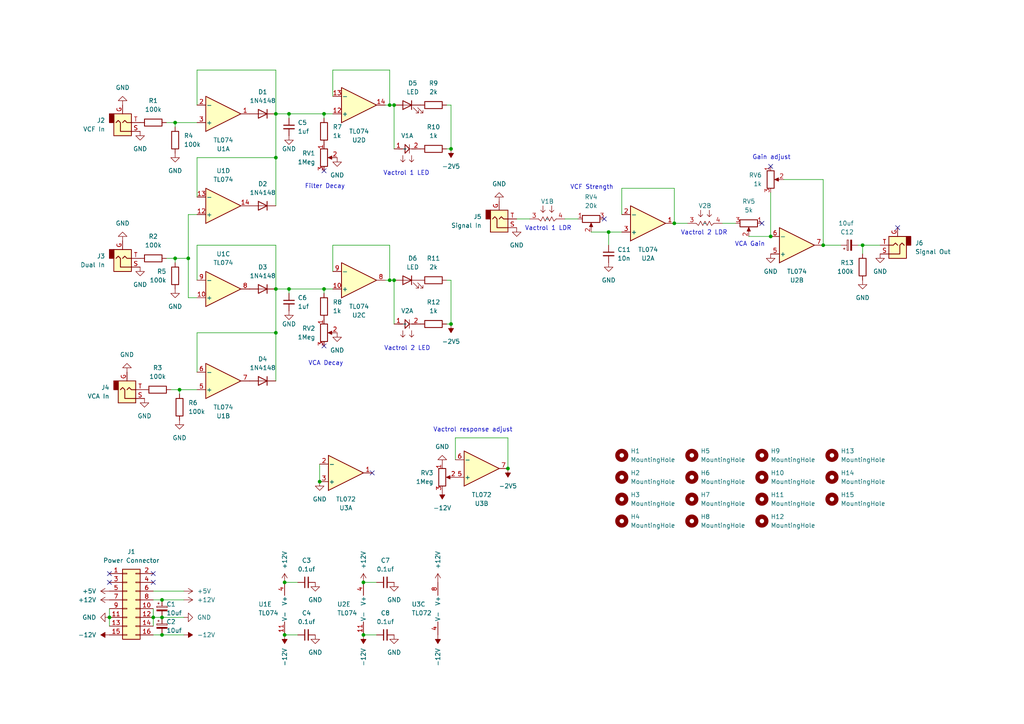
<source format=kicad_sch>
(kicad_sch (version 20250114) (generator "eeschema") (generator_version "9.0")
  (paper "A4")
  (title_block (title "Low-Pass Gate") (date "2025-05-21") (rev "1"))
  (lib_symbols
    (symbol "Amplifier_Operational:TL072" (pin_names (offset 0.127))
      (property "Reference" "U" (at 0 5.08 0))
      (property "Value" "TL072" (at 0 -5.08 0))
      (symbol "TL072_1_1"
        (polyline (pts (xy -5.08 5.08) (xy 5.08 0) (xy -5.08 -5.08) (xy -5.08 5.08)) (stroke (width 0.254)) (fill (type background)))
        (pin input line (at -7.62 2.54 0) (length 2.54) (name "+") (number "3"))
        (pin input line (at -7.62 -2.54 0) (length 2.54) (name "-") (number "2"))
        (pin output line (at 7.62 0 180) (length 2.54) (name "~") (number "1"))
      )
      (symbol "TL072_2_1"
        (polyline (pts (xy -5.08 5.08) (xy 5.08 0) (xy -5.08 -5.08) (xy -5.08 5.08)) (stroke (width 0.254)) (fill (type background)))
        (pin input line (at -7.62 2.54 0) (length 2.54) (name "+") (number "5"))
        (pin input line (at -7.62 -2.54 0) (length 2.54) (name "-") (number "6"))
        (pin output line (at 7.62 0 180) (length 2.54) (name "~") (number "7"))
      )
      (symbol "TL072_3_1"
        (pin power_in line (at -2.54 7.62 270) (length 3.81) (name "V+") (number "8"))
        (pin power_in line (at -2.54 -7.62 90) (length 3.81) (name "V-") (number "4"))
      )
    )
    (symbol "Amplifier_Operational:TL074" (pin_names (offset 0.127))
      (property "Reference" "U" (at 0 5.08 0))
      (property "Value" "TL074" (at 0 -5.08 0))
      (symbol "TL074_1_1"
        (polyline (pts (xy -5.08 5.08) (xy 5.08 0) (xy -5.08 -5.08) (xy -5.08 5.08)) (stroke (width 0.254)) (fill (type background)))
        (pin input line (at -7.62 2.54 0) (length 2.54) (name "+") (number "3"))
        (pin input line (at -7.62 -2.54 0) (length 2.54) (name "-") (number "2"))
        (pin output line (at 7.62 0 180) (length 2.54) (name "~") (number "1"))
      )
      (symbol "TL074_2_1"
        (polyline (pts (xy -5.08 5.08) (xy 5.08 0) (xy -5.08 -5.08) (xy -5.08 5.08)) (stroke (width 0.254)) (fill (type background)))
        (pin input line (at -7.62 2.54 0) (length 2.54) (name "+") (number "5"))
        (pin input line (at -7.62 -2.54 0) (length 2.54) (name "-") (number "6"))
        (pin output line (at 7.62 0 180) (length 2.54) (name "~") (number "7"))
      )
      (symbol "TL074_3_1"
        (polyline (pts (xy -5.08 5.08) (xy 5.08 0) (xy -5.08 -5.08) (xy -5.08 5.08)) (stroke (width 0.254)) (fill (type background)))
        (pin input line (at -7.62 2.54 0) (length 2.54) (name "+") (number "10"))
        (pin input line (at -7.62 -2.54 0) (length 2.54) (name "-") (number "9"))
        (pin output line (at 7.62 0 180) (length 2.54) (name "~") (number "8"))
      )
      (symbol "TL074_4_1"
        (polyline (pts (xy -5.08 5.08) (xy 5.08 0) (xy -5.08 -5.08) (xy -5.08 5.08)) (stroke (width 0.254)) (fill (type background)))
        (pin input line (at -7.62 2.54 0) (length 2.54) (name "+") (number "12"))
        (pin input line (at -7.62 -2.54 0) (length 2.54) (name "-") (number "13"))
        (pin output line (at 7.62 0 180) (length 2.54) (name "~") (number "14"))
      )
      (symbol "TL074_5_1"
        (pin power_in line (at -2.54 7.62 270) (length 3.81) (name "V+") (number "4"))
        (pin power_in line (at -2.54 -7.62 90) (length 3.81) (name "V-") (number "11"))
      )
    )
    (symbol "Connector_Audio:AudioJack2_Ground"
      (property "Reference" "J" (at 0 8.89 0))
      (property "Value" "AudioJack2_Ground" (at 0 6.35 0))
      (symbol "AudioJack2_Ground_0_1"
        (rectangle (start -2.54 -2.54) (end -3.81 0) (stroke (width 0.254)) (fill (type outline)))
        (polyline (pts (xy 0 0) (xy 0.635 -0.635) (xy 1.27 0) (xy 2.54 0)) (stroke (width 0.254)))
        (rectangle (start 2.54 3.81) (end -2.54 -2.54) (stroke (width 0.254)) (fill (type background)))
        (polyline (pts (xy 2.54 2.54) (xy -0.635 2.54) (xy -0.635 0) (xy -1.27 -0.635) (xy -1.905 0)) (stroke (width 0.254)))
      )
      (symbol "AudioJack2_Ground_1_1"
        (pin passive line (at 0 -5.08 90) (length 2.54) (name "~") (number "G"))
        (pin passive line (at 5.08 2.54 180) (length 2.54) (name "~") (number "S"))
        (pin passive line (at 5.08 0 180) (length 2.54) (name "~") (number "T"))
      )
    )
    (symbol "Connector_Generic:Conn_02x08_Odd_Even" (pin_names (offset 1.016) (hide yes))
      (property "Reference" "J5" (at 1.27 13.97 0))
      (property "Value" "Conn_02x08_Odd_Even" (at 1.27 11.43 0))
      (symbol "Conn_02x08_Odd_Even_1_1"
        (rectangle (start -1.27 8.89) (end 3.81 -11.43) (stroke (width 0.254)) (fill (type background)))
        (rectangle (start -1.27 7.747) (end 0 7.493) (stroke (width 0.1524)))
        (rectangle (start -1.27 5.207) (end 0 4.953) (stroke (width 0.1524)))
        (rectangle (start -1.27 2.667) (end 0 2.413) (stroke (width 0.1524)))
        (rectangle (start -1.27 0.127) (end 0 -0.127) (stroke (width 0.1524)))
        (rectangle (start -1.27 -2.413) (end 0 -2.667) (stroke (width 0.1524)))
        (rectangle (start -1.27 -4.953) (end 0 -5.207) (stroke (width 0.1524)))
        (rectangle (start -1.27 -7.493) (end 0 -7.747) (stroke (width 0.1524)))
        (rectangle (start -1.27 -10.033) (end 0 -10.287) (stroke (width 0.1524)))
        (rectangle (start 3.81 7.747) (end 2.54 7.493) (stroke (width 0.1524)))
        (rectangle (start 3.81 5.207) (end 2.54 4.953) (stroke (width 0.1524)))
        (rectangle (start 3.81 2.667) (end 2.54 2.413) (stroke (width 0.1524)))
        (rectangle (start 3.81 0.127) (end 2.54 -0.127) (stroke (width 0.1524)))
        (rectangle (start 3.81 -2.413) (end 2.54 -2.667) (stroke (width 0.1524)))
        (rectangle (start 3.81 -4.953) (end 2.54 -5.207) (stroke (width 0.1524)))
        (rectangle (start 3.81 -7.493) (end 2.54 -7.747) (stroke (width 0.1524)))
        (rectangle (start 3.81 -10.033) (end 2.54 -10.287) (stroke (width 0.1524)))
        (pin passive line (at -5.08 7.62 0) (length 3.81) (name "Pin_1") (number "1"))
        (pin passive line (at -5.08 5.08 0) (length 3.81) (name "Pin_3") (number "3"))
        (pin passive line (at -5.08 2.54 0) (length 3.81) (name "Pin_5") (number "5"))
        (pin passive line (at -5.08 0 0) (length 3.81) (name "Pin_7") (number "7"))
        (pin passive line (at -5.08 -2.54 0) (length 3.81) (name "Pin_9") (number "9"))
        (pin passive line (at -5.08 -5.08 0) (length 3.81) (name "Pin_11") (number "11"))
        (pin passive line (at -5.08 -7.62 0) (length 3.81) (name "Pin_13") (number "13"))
        (pin passive line (at -5.08 -10.16 0) (length 3.81) (name "Pin_15") (number "15"))
        (pin passive line (at 7.62 7.62 180) (length 3.81) (name "Pin_2") (number "2"))
        (pin passive line (at 7.62 5.08 180) (length 3.81) (name "Pin_4") (number "4"))
        (pin power_out line (at 7.62 2.54 180) (length 3.81) (name "Pin_6") (number "6"))
        (pin power_out line (at 7.62 0 180) (length 3.81) (name "Pin_8") (number "8"))
        (pin passive line (at 7.62 -2.54 180) (length 3.81) (name "Pin_10") (number "10"))
        (pin power_out line (at 7.62 -5.08 180) (length 3.81) (name "Pin_12") (number "12"))
        (pin passive line (at 7.62 -7.62 180) (length 3.81) (name "Pin_14") (number "14"))
        (pin power_out line (at 7.62 -10.16 180) (length 3.81) (name "Pin_16") (number "16"))
      )
    )
    (symbol "Custom_Symbols:Vactrol_LED"
      (property "Reference" "V" (at 0 2.54 0))
      (symbol "Vactrol_LED_0_1"
        (polyline (pts (xy -1.27 -1.905) (xy -1.27 -3.81) (xy -0.635 -3.175) (xy -1.27 -3.81) (xy -1.905 -3.175)))
        (polyline (pts (xy -0.635 0) (xy -2.54 0)))
        (polyline (pts (xy 0.635 -1.27) (xy 0.635 1.27)))
        (polyline (pts (xy 1.27 -1.905) (xy 1.27 -3.81) (xy 1.905 -3.175) (xy 1.27 -3.81) (xy 0.635 -3.175)))
        (polyline (pts (xy 2.54 0) (xy 0.635 0)))
      )
      (symbol "Vactrol_LED_1_1"
        (polyline (pts (xy 0.635 0) (xy -0.635 1.27) (xy -0.635 -1.27) (xy 0.635 0)) (stroke (width 0.25)))
        (pin input line (at -3.81 0 0) (length 2.54) (name "") (number "1"))
        (pin input line (at 3.81 0 180) (length 2.54) (name "") (number "2"))
      )
      (symbol "Vactrol_LED_2_1"
        (polyline (pts (xy 0.635 0) (xy -0.635 1.27) (xy -0.635 -1.27) (xy 0.635 0)) (stroke (width 0.25)))
        (pin input line (at -3.81 0 0) (length 2.54) (name "") (number "1"))
        (pin input line (at 3.81 0 180) (length 2.54) (name "") (number "2"))
      )
    )
    (symbol "Custom_Symbols:Vactrol_Resistor"
      (property "Reference" "V" (at 0 -1.905 0))
      (symbol "Vactrol_Resistor_0_1"
        (polyline (pts (xy -2.54 0) (xy -1.905 -0.635) (xy -1.27 0.635) (xy -0.635 -0.635) (xy 0 0.635) (xy 0.635 -0.635) (xy 1.27 0.635) (xy 1.905 -0.635) (xy 2.54 0)))
        (polyline (pts (xy -1.27 1.905) (xy -1.905 2.54)))
        (polyline (pts (xy -1.27 1.905) (xy -1.27 3.81) (xy -1.27 1.905) (xy -0.635 2.54)))
        (polyline (pts (xy 1.27 3.81) (xy 1.27 1.905) (xy 1.905 2.54) (xy 1.27 1.905) (xy 0.635 2.54)))
      )
      (symbol "Vactrol_Resistor_1_1"
        (pin input line (at -5.08 0 0) (length 2.54) (name "") (number "3"))
        (pin input line (at 5.08 0 180) (length 2.54) (name "") (number "4"))
      )
      (symbol "Vactrol_Resistor_2_1"
        (pin input line (at -5.08 0 0) (length 2.54) (name "") (number "3"))
        (pin input line (at 5.08 0 180) (length 2.54) (name "") (number "4"))
      )
    )
    (symbol "Device:C_Polarized_Small" (pin_numbers (hide yes)) (pin_names (offset 0.254) (hide yes))
      (property "Reference" "C" (at 0.254 1.778 0))
      (property "Value" "C_Polarized_Small" (at 0.254 -2.032 0))
      (symbol "C_Polarized_Small_0_1"
        (rectangle (start -1.524 0.6858) (end 1.524 0.3048))
        (rectangle (start -1.524 -0.3048) (end 1.524 -0.6858) (fill (type outline)))
        (polyline (pts (xy -1.27 1.524) (xy -0.762 1.524)))
        (polyline (pts (xy -1.016 1.27) (xy -1.016 1.778)))
      )
      (symbol "C_Polarized_Small_1_1"
        (pin passive line (at 0 2.54 270) (length 1.8542) (name "~") (number "1"))
        (pin passive line (at 0 -2.54 90) (length 1.8542) (name "~") (number "2"))
      )
    )
    (symbol "Device:C_Small" (pin_numbers (hide yes)) (pin_names (offset 0.254) (hide yes))
      (property "Reference" "C" (at 0.254 1.778 0))
      (property "Value" "C_Small" (at 0.254 -2.032 0))
      (symbol "C_Small_0_1"
        (polyline (pts (xy -1.524 0.508) (xy 1.524 0.508)) (stroke (width 0.3048)))
        (polyline (pts (xy -1.524 -0.508) (xy 1.524 -0.508)) (stroke (width 0.3302)))
      )
      (symbol "C_Small_1_1"
        (pin passive line (at 0 2.54 270) (length 2.032) (name "~") (number "1"))
        (pin passive line (at 0 -2.54 90) (length 2.032) (name "~") (number "2"))
      )
    )
    (symbol "Device:LED" (pin_numbers (hide yes)) (pin_names (offset 1.016) (hide yes))
      (property "Reference" "D" (at 0 2.54 0))
      (property "Value" "LED" (at 0 -2.54 0))
      (symbol "LED_0_1"
        (polyline (pts (xy -3.048 -0.762) (xy -4.572 -2.286) (xy -3.81 -2.286) (xy -4.572 -2.286) (xy -4.572 -1.524)))
        (polyline (pts (xy -1.778 -0.762) (xy -3.302 -2.286) (xy -2.54 -2.286) (xy -3.302 -2.286) (xy -3.302 -1.524)))
        (polyline (pts (xy -1.27 0) (xy 1.27 0)))
        (polyline (pts (xy -1.27 -1.27) (xy -1.27 1.27)) (stroke (width 0.254)))
        (polyline (pts (xy 1.27 -1.27) (xy 1.27 1.27) (xy -1.27 0) (xy 1.27 -1.27)) (stroke (width 0.254)))
      )
      (symbol "LED_1_1"
        (pin passive line (at -3.81 0 0) (length 2.54) (name "K") (number "1"))
        (pin passive line (at 3.81 0 180) (length 2.54) (name "A") (number "2"))
      )
    )
    (symbol "Device:R" (pin_numbers (hide yes)) (pin_names (offset 0))
      (property "Reference" "R" (at 2.032 0 90))
      (property "Value" "R" (at 0 0 90))
      (symbol "R_0_1"
        (rectangle (start -1.016 -2.54) (end 1.016 2.54) (stroke (width 0.254)))
      )
      (symbol "R_1_1"
        (pin passive line (at 0 3.81 270) (length 1.27) (name "~") (number "1"))
        (pin passive line (at 0 -3.81 90) (length 1.27) (name "~") (number "2"))
      )
    )
    (symbol "Device:R_Potentiometer" (pin_names (offset 1.016) (hide yes))
      (property "Reference" "RV" (at -4.445 0 90))
      (property "Value" "R_Potentiometer" (at -2.54 0 90))
      (symbol "R_Potentiometer_0_1"
        (rectangle (start 1.016 2.54) (end -1.016 -2.54) (stroke (width 0.254)))
        (polyline (pts (xy 1.143 0) (xy 2.286 0.508) (xy 2.286 -0.508) (xy 1.143 0)) (fill (type outline)))
        (polyline (pts (xy 2.54 0) (xy 1.524 0)))
      )
      (symbol "R_Potentiometer_1_1"
        (pin passive line (at 0 3.81 270) (length 1.27) (name "1") (number "1"))
        (pin passive line (at 0 -3.81 90) (length 1.27) (name "3") (number "3"))
        (pin passive line (at 3.81 0 180) (length 1.27) (name "2") (number "2"))
      )
    )
    (symbol "Diode:1N4148" (pin_numbers (hide yes)) (pin_names (hide yes))
      (property "Reference" "D" (at 0 2.54 0))
      (property "Value" "1N4148" (at 0 -2.54 0))
      (symbol "1N4148_0_1"
        (polyline (pts (xy -1.27 1.27) (xy -1.27 -1.27)) (stroke (width 0.254)))
        (polyline (pts (xy 1.27 1.27) (xy 1.27 -1.27) (xy -1.27 0) (xy 1.27 1.27)) (stroke (width 0.254)))
        (polyline (pts (xy 1.27 0) (xy -1.27 0)))
      )
      (symbol "1N4148_1_1"
        (pin passive line (at -3.81 0 0) (length 2.54) (name "K") (number "1"))
        (pin passive line (at 3.81 0 180) (length 2.54) (name "A") (number "2"))
      )
    )
    (symbol "Mechanical:MountingHole" (pin_names (offset 1.016))
      (property "Reference" "H" (at 0 5.08 0))
      (property "Value" "MountingHole" (at 0 3.175 0))
      (symbol "MountingHole_0_1"
        (circle (center 0 0) (radius 1.27) (stroke (width 1.27)))
      )
    )
    (symbol "power:+12V" (power) (pin_names (offset 0))
      (property "Value" "+12V" (at 0 3.556 0))
      (symbol "+12V_0_1"
        (polyline (pts (xy -0.762 1.27) (xy 0 2.54)))
        (polyline (pts (xy 0 2.54) (xy 0.762 1.27)))
        (polyline (pts (xy 0 0) (xy 0 2.54)))
      )
      (symbol "+12V_1_1"
        (pin power_in line (at 0 0 90) (length 0) (hide yes) (name "+12V") (number "1"))
      )
    )
    (symbol "power:+5V" (power) (pin_names (offset 0))
      (property "Value" "+5V" (at 0 3.556 0))
      (symbol "+5V_0_1"
        (polyline (pts (xy -0.762 1.27) (xy 0 2.54)))
        (polyline (pts (xy 0 2.54) (xy 0.762 1.27)))
        (polyline (pts (xy 0 0) (xy 0 2.54)))
      )
      (symbol "+5V_1_1"
        (pin power_in line (at 0 0 90) (length 0) (hide yes) (name "+5V") (number "1"))
      )
    )
    (symbol "power:-12V" (power) (pin_names (offset 0))
      (property "Value" "-12V" (at 0 3.81 0))
      (symbol "-12V_0_0"
        (pin power_in line (at 0 0 90) (length 0) (hide yes) (name "-12V") (number "1"))
      )
      (symbol "-12V_0_1"
        (polyline (pts (xy 0 0) (xy 0 1.27) (xy 0.762 1.27) (xy 0 2.54) (xy -0.762 1.27) (xy 0 1.27)) (fill (type outline)))
      )
    )
    (symbol "power:-2V5" (power) (pin_names (offset 0))
      (property "Value" "-2V5" (at 0 3.81 0))
      (symbol "-2V5_0_0"
        (pin power_in line (at 0 0 90) (length 0) (hide yes) (name "-2V5") (number "1"))
      )
      (symbol "-2V5_0_1"
        (polyline (pts (xy 0 0) (xy 0 1.27) (xy 0.762 1.27) (xy 0 2.54) (xy -0.762 1.27) (xy 0 1.27)) (fill (type outline)))
      )
    )
    (symbol "power:GND" (power) (pin_names (offset 0))
      (property "Value" "GND" (at 0 -3.81 0))
      (symbol "GND_0_1"
        (polyline (pts (xy 0 0) (xy 0 -1.27) (xy 1.27 -1.27) (xy 0 -2.54) (xy -1.27 -1.27) (xy 0 -1.27)))
      )
      (symbol "GND_1_1"
        (pin power_in line (at 0 0 270) (length 0) (hide yes) (name "GND") (number "1"))
      )
    )
  )
  (text "Gain adjust" (at 223.774 45.72 0) (effects (font (size 1.27 1.27))))
  (text "Filter Decay" (at 88.392 54.864 0) (effects (font (size 1.27 1.27)) (justify left bottom)))
  (text "VCA Decay" (at 89.408 106.172 0) (effects (font (size 1.27 1.27)) (justify left bottom)))
  (text "Vactrol 1 LED" (at 117.856 50.292 0) (effects (font (size 1.27 1.27))))
  (text "Vactrol response adjust" (at 137.16 124.714 0) (effects (font (size 1.27 1.27))))
  (text "Vactrol 1 LDR" (at 159.004 66.294 0) (effects (font (size 1.27 1.27))))
  (text "Vactrol 2 LDR" (at 204.216 67.564 0) (effects (font (size 1.27 1.27))))
  (text "Vactrol 2 LED" (at 118.11 101.092 0) (effects (font (size 1.27 1.27))))
  (text "VCF Strength" (at 165.354 55.118 0) (effects (font (size 1.27 1.27)) (justify left bottom)))
  (text "VCA Gain" (at 213.106 71.628 0) (effects (font (size 1.27 1.27)) (justify left bottom)))
  (junction (at 83.82 83.82))
  (junction (at 195.58 64.77))
  (junction (at 114.3 81.28))
  (junction (at 50.8 35.56))
  (junction (at 113.03 30.48))
  (junction (at 83.82 33.02))
  (junction (at 46.99 173.99))
  (junction (at 176.53 67.31))
  (junction (at 80.01 45.72))
  (junction (at 46.99 184.15))
  (junction (at 82.55 184.15))
  (junction (at 50.8 74.93))
  (junction (at 238.76 71.12))
  (junction (at 80.01 33.02))
  (junction (at 250.19 71.12))
  (junction (at 31.75 179.07))
  (junction (at 82.55 168.91))
  (junction (at 114.3 30.48))
  (junction (at 44.45 179.07))
  (junction (at 113.03 81.28))
  (junction (at 54.61 74.93))
  (junction (at 80.01 96.52))
  (junction (at 105.41 168.91))
  (junction (at 93.98 83.82))
  (junction (at 92.71 139.7))
  (junction (at 130.81 43.18))
  (junction (at 105.41 184.15))
  (junction (at 52.07 113.03))
  (junction (at 80.01 83.82))
  (junction (at 46.99 179.07))
  (junction (at 93.98 33.02))
  (junction (at 147.32 135.89))
  (junction (at 130.81 93.98))
  (junction (at 223.52 68.58))
  (no_connect (at 31.75 168.91))
  (no_connect (at 220.98 64.77))
  (no_connect (at 44.45 166.37))
  (no_connect (at 107.95 137.16))
  (no_connect (at 93.98 49.53))
  (no_connect (at 31.75 166.37))
  (no_connect (at 175.26 63.5))
  (no_connect (at 93.98 100.33))
  (no_connect (at 44.45 168.91))
  (no_connect (at 223.52 48.26))
  (no_connect (at 260.35 66.04))
  (wire (pts (xy 44.45 181.61) (xy 44.45 179.07)))
  (wire (pts (xy 113.03 30.48) (xy 113.03 20.32)))
  (wire (pts (xy 83.82 33.02) (xy 83.82 34.29)))
  (wire (pts (xy 50.8 35.56) (xy 57.15 35.56)))
  (wire (pts (xy 129.54 43.18) (xy 130.81 43.18)))
  (wire (pts (xy 57.15 107.95) (xy 57.15 96.52)))
  (wire (pts (xy 147.32 135.89) (xy 147.32 127)))
  (wire (pts (xy 57.15 57.15) (xy 57.15 45.72)))
  (wire (pts (xy 132.08 127) (xy 132.08 133.35)))
  (wire (pts (xy 113.03 30.48) (xy 114.3 30.48)))
  (wire (pts (xy 83.82 33.02) (xy 93.98 33.02)))
  (wire (pts (xy 82.55 184.15) (xy 86.36 184.15)))
  (wire (pts (xy 50.8 76.2) (xy 50.8 74.93)))
  (wire (pts (xy 44.45 179.07) (xy 46.99 179.07)))
  (wire (pts (xy 96.52 20.32) (xy 96.52 27.94)))
  (wire (pts (xy 31.75 176.53) (xy 31.75 179.07)))
  (wire (pts (xy 49.53 113.03) (xy 52.07 113.03)))
  (wire (pts (xy 50.8 36.83) (xy 50.8 35.56)))
  (wire (pts (xy 80.01 33.02) (xy 80.01 20.32)))
  (wire (pts (xy 250.19 71.12) (xy 255.27 71.12)))
  (wire (pts (xy 105.41 168.91) (xy 109.22 168.91)))
  (wire (pts (xy 96.52 33.02) (xy 93.98 33.02)))
  (wire (pts (xy 248.92 71.12) (xy 250.19 71.12)))
  (wire (pts (xy 80.01 20.32) (xy 57.15 20.32)))
  (wire (pts (xy 54.61 62.23) (xy 54.61 74.93)))
  (wire (pts (xy 105.41 184.15) (xy 109.22 184.15)))
  (wire (pts (xy 50.8 74.93) (xy 54.61 74.93)))
  (wire (pts (xy 93.98 83.82) (xy 93.98 85.09)))
  (wire (pts (xy 53.34 173.99) (xy 46.99 173.99)))
  (wire (pts (xy 57.15 45.72) (xy 80.01 45.72)))
  (wire (pts (xy 80.01 83.82) (xy 80.01 71.12)))
  (wire (pts (xy 96.52 83.82) (xy 93.98 83.82)))
  (wire (pts (xy 57.15 86.36) (xy 54.61 86.36)))
  (wire (pts (xy 44.45 176.53) (xy 44.45 179.07)))
  (wire (pts (xy 57.15 71.12) (xy 57.15 81.28)))
  (wire (pts (xy 57.15 20.32) (xy 57.15 30.48)))
  (wire (pts (xy 80.01 83.82) (xy 80.01 96.52)))
  (wire (pts (xy 46.99 179.07) (xy 53.34 179.07)))
  (wire (pts (xy 54.61 62.23) (xy 57.15 62.23)))
  (wire (pts (xy 80.01 45.72) (xy 80.01 59.69)))
  (wire (pts (xy 111.76 81.28) (xy 113.03 81.28)))
  (wire (pts (xy 130.81 81.28) (xy 129.54 81.28)))
  (wire (pts (xy 238.76 52.07) (xy 238.76 71.12)))
  (wire (pts (xy 80.01 96.52) (xy 80.01 110.49)))
  (wire (pts (xy 48.26 35.56) (xy 50.8 35.56)))
  (wire (pts (xy 46.99 184.15) (xy 44.45 184.15)))
  (wire (pts (xy 113.03 71.12) (xy 96.52 71.12)))
  (wire (pts (xy 223.52 55.88) (xy 223.52 68.58)))
  (wire (pts (xy 48.26 74.93) (xy 50.8 74.93)))
  (wire (pts (xy 52.07 114.3) (xy 52.07 113.03)))
  (wire (pts (xy 176.53 71.12) (xy 176.53 67.31)))
  (wire (pts (xy 217.17 68.58) (xy 223.52 68.58)))
  (wire (pts (xy 113.03 81.28) (xy 114.3 81.28)))
  (wire (pts (xy 180.34 62.23) (xy 180.34 54.61)))
  (wire (pts (xy 149.86 63.5) (xy 153.67 63.5)))
  (wire (pts (xy 209.55 64.77) (xy 213.36 64.77)))
  (wire (pts (xy 129.54 93.98) (xy 130.81 93.98)))
  (wire (pts (xy 96.52 71.12) (xy 96.52 78.74)))
  (wire (pts (xy 111.76 30.48) (xy 113.03 30.48)))
  (wire (pts (xy 82.55 168.91) (xy 86.36 168.91)))
  (wire (pts (xy 130.81 30.48) (xy 129.54 30.48)))
  (wire (pts (xy 83.82 83.82) (xy 93.98 83.82)))
  (wire (pts (xy 113.03 81.28) (xy 113.03 71.12)))
  (wire (pts (xy 130.81 93.98) (xy 130.81 81.28)))
  (wire (pts (xy 46.99 173.99) (xy 44.45 173.99)))
  (wire (pts (xy 83.82 83.82) (xy 83.82 85.09)))
  (wire (pts (xy 195.58 64.77) (xy 199.39 64.77)))
  (wire (pts (xy 53.34 184.15) (xy 46.99 184.15)))
  (wire (pts (xy 238.76 71.12) (xy 243.84 71.12)))
  (wire (pts (xy 195.58 54.61) (xy 195.58 64.77)))
  (wire (pts (xy 93.98 33.02) (xy 93.98 34.29)))
  (wire (pts (xy 44.45 171.45) (xy 53.34 171.45)))
  (wire (pts (xy 114.3 30.48) (xy 114.3 43.18)))
  (wire (pts (xy 52.07 113.03) (xy 57.15 113.03)))
  (wire (pts (xy 92.71 134.62) (xy 92.71 139.7)))
  (wire (pts (xy 238.76 52.07) (xy 227.33 52.07)))
  (wire (pts (xy 147.32 127) (xy 132.08 127)))
  (wire (pts (xy 54.61 74.93) (xy 54.61 86.36)))
  (wire (pts (xy 31.75 179.07) (xy 31.75 181.61)))
  (wire (pts (xy 171.45 67.31) (xy 176.53 67.31)))
  (wire (pts (xy 113.03 20.32) (xy 96.52 20.32)))
  (wire (pts (xy 180.34 54.61) (xy 195.58 54.61)))
  (wire (pts (xy 80.01 71.12) (xy 57.15 71.12)))
  (wire (pts (xy 57.15 96.52) (xy 80.01 96.52)))
  (wire (pts (xy 130.81 43.18) (xy 130.81 30.48)))
  (wire (pts (xy 114.3 81.28) (xy 114.3 93.98)))
  (wire (pts (xy 250.19 71.12) (xy 250.19 73.66)))
  (wire (pts (xy 80.01 33.02) (xy 80.01 45.72)))
  (wire (pts (xy 83.82 33.02) (xy 80.01 33.02)))
  (wire (pts (xy 83.82 83.82) (xy 80.01 83.82)))
  (wire (pts (xy 163.83 63.5) (xy 167.64 63.5)))
  (wire (pts (xy 176.53 67.31) (xy 180.34 67.31)))
  (symbol (lib_id "Mechanical:MountingHole") (at 220.98 144.78 0) (unit 1) (exclude_from_sim yes) (in_bom no) (on_board no)
    (property "Reference" "H11" (at 223.52 143.51 0) (effects (justify left)))
    (property "Value" "MountingHole" (at 223.52 146.05 0) (effects (justify left)))
    (property "Footprint" "Faceplate Footprints:Potentiometer_Vertical_Small_Knob" (effects (hide yes)))
  )
  (symbol (lib_id "Mechanical:MountingHole") (at 200.66 151.13 0) (unit 1) (exclude_from_sim yes) (in_bom no) (on_board no)
    (property "Reference" "H8" (at 203.2 149.86 0) (effects (justify left)))
    (property "Value" "MountingHole" (at 203.2 152.4 0) (effects (justify left)))
    (property "Footprint" "Faceplate Footprints:Potentiometer_Vertical_Small_Knob" (effects (hide yes)))
  )
  (symbol (lib_id "Amplifier_Operational:TL074") (at 187.96 64.77 0) (mirror x) (unit 1)
    (property "Reference" "U2" (at 187.96 74.93 0))
    (property "Value" "TL074" (at 187.96 72.39 0))
    (property "Footprint" "Package_DIP:DIP-14_W7.62mm_Socket" (effects (hide yes)))
    (property "Datasheet" "http://www.ti.com/lit/ds/symlink/tl071.pdf" (effects (hide yes)))
  )
  (symbol (lib_id "Device:R") (at 44.45 74.93 90) (unit 1)
    (property "Reference" "R2" (at 44.45 68.58 90))
    (property "Value" "100k" (at 44.45 71.12 90))
    (property "Footprint" "Resistor_THT:R_Axial_DIN0207_L6.3mm_D2.5mm_P2.54mm_Vertical" (effects (hide yes)))
  )
  (symbol (lib_id "power:-12V") (at 31.75 184.15 90) (unit 1)
    (property "Reference" "#PWR04" (effects (hide yes)))
    (property "Value" "-12V" (at 27.94 184.15 90) (effects (justify left)))
  )
  (symbol (lib_id "Mechanical:MountingHole") (at 220.98 132.08 0) (unit 1) (exclude_from_sim yes) (in_bom no) (on_board no)
    (property "Reference" "H9" (at 223.52 130.81 0) (effects (justify left)))
    (property "Value" "MountingHole" (at 223.52 133.35 0) (effects (justify left)))
    (property "Footprint" "Faceplate Footprints:0.125in_Jack_Face" (effects (hide yes)))
  )
  (symbol (lib_id "Amplifier_Operational:TL072") (at 139.7 135.89 0) (mirror x) (unit 2)
    (property "Reference" "U3" (at 139.7 146.05 0))
    (property "Value" "TL072" (at 139.7 143.51 0))
    (property "Footprint" "Package_DIP:DIP-8_W7.62mm_Socket" (effects (hide yes)))
    (property "Datasheet" "http://www.ti.com/lit/ds/symlink/tl071.pdf" (effects (hide yes)))
  )
  (symbol (lib_id "Device:LED") (at 118.11 30.48 0) (mirror y) (unit 1)
    (property "Reference" "D5" (at 119.6975 24.13 0))
    (property "Value" "LED" (at 119.6975 26.67 0))
    (property "Footprint" "LED_THT:LED_D5.0mm" (effects (hide yes)))
  )
  (symbol (lib_id "Mechanical:MountingHole") (at 200.66 132.08 0) (unit 1) (exclude_from_sim yes) (in_bom no) (on_board no)
    (property "Reference" "H5" (at 203.2 130.81 0) (effects (justify left)))
    (property "Value" "MountingHole" (at 203.2 133.35 0) (effects (justify left)))
    (property "Footprint" "Faceplate Footprints:0.125in_Jack_Face" (effects (hide yes)))
  )
  (symbol (lib_id "power:GND") (at 83.82 39.37 0) (unit 1)
    (property "Reference" "#PWR020" (effects (hide yes)))
    (property "Value" "GND" (at 83.82 43.18 0))
  )
  (symbol (lib_id "power:GND") (at 52.07 121.92 0) (unit 1)
    (property "Reference" "#PWR017" (effects (hide yes)))
    (property "Value" "GND" (at 52.07 127 0))
  )
  (symbol (lib_id "Device:C_Small") (at 111.76 184.15 90) (unit 1)
    (property "Reference" "C8" (at 111.7663 177.8 90))
    (property "Value" "0.1uf" (at 111.7663 180.34 90))
    (property "Footprint" "Capacitor_THT:C_Disc_D3.0mm_W1.6mm_P2.50mm" (effects (hide yes)))
  )
  (symbol (lib_id "power:-12V") (at 53.34 184.15 270) (unit 1)
    (property "Reference" "#PWR014" (effects (hide yes)))
    (property "Value" "-12V" (at 57.15 184.15 90) (effects (justify left)))
  )
  (symbol (lib_id "Device:R_Potentiometer") (at 93.98 45.72 0) (unit 1)
    (property "Reference" "RV1" (at 91.44 44.45 0) (effects (justify right)))
    (property "Value" "1Meg" (at 91.44 46.99 0) (effects (justify right)))
    (property "Footprint" "Custom Footprints:Plastic Alpha Potentiometer" (effects (hide yes)))
  )
  (symbol (lib_id "Amplifier_Operational:TL074") (at 104.14 30.48 0) (mirror x) (unit 4)
    (property "Reference" "U2" (at 104.14 40.64 0))
    (property "Value" "TL074" (at 104.14 38.1 0))
    (property "Footprint" "Package_DIP:DIP-14_W7.62mm_Socket" (effects (hide yes)))
    (property "Datasheet" "http://www.ti.com/lit/ds/symlink/tl071.pdf" (effects (hide yes)))
  )
  (symbol (lib_id "Custom_Symbols:Vactrol_Resistor") (at 204.47 64.77 0) (unit 2)
    (property "Reference" "V2" (at 204.47 59.69 0))
    (property "Value" "~" (at 204.47 64.77 0))
    (property "Footprint" "Custom Footprints:DIY_Vactrol" (effects (hide yes)))
  )
  (symbol (lib_id "power:GND") (at 41.91 115.57 0) (unit 1)
    (property "Reference" "#PWR010" (effects (hide yes)))
    (property "Value" "GND" (at 41.91 120.65 0))
  )
  (symbol (lib_id "power:+12V") (at 31.75 173.99 90) (unit 1)
    (property "Reference" "#PWR02" (effects (hide yes)))
    (property "Value" "+12V" (at 27.94 173.99 90) (effects (justify left)))
  )
  (symbol (lib_id "Amplifier_Operational:TL074") (at 231.14 71.12 0) (mirror x) (unit 2)
    (property "Reference" "U2" (at 231.14 81.28 0))
    (property "Value" "TL074" (at 231.14 78.74 0))
    (property "Footprint" "Package_DIP:DIP-14_W7.62mm_Socket" (effects (hide yes)))
    (property "Datasheet" "http://www.ti.com/lit/ds/symlink/tl071.pdf" (effects (hide yes)))
  )
  (symbol (lib_id "power:GND") (at 31.75 179.07 270) (unit 1)
    (property "Reference" "#PWR03" (effects (hide yes)))
    (property "Value" "GND" (at 27.94 179.07 90) (effects (justify right)))
  )
  (symbol (lib_id "Custom_Symbols:Vactrol_LED") (at 118.11 43.18 0) (unit 1)
    (property "Reference" "V1" (at 118.11 39.37 0))
    (property "Value" "~" (at 117.475 43.18 0))
    (property "Footprint" "Custom Footprints:DIY_Vactrol" (effects (hide yes)))
  )
  (symbol (lib_id "power:GND") (at 92.71 139.7 0) (unit 1)
    (property "Reference" "#PWR022" (effects (hide yes)))
    (property "Value" "GND" (at 92.71 144.78 0))
  )
  (symbol (lib_id "Device:R") (at 93.98 38.1 180) (unit 1)
    (property "Reference" "R7" (at 96.52 36.83 0) (effects (justify right)))
    (property "Value" "1k" (at 96.52 39.37 0) (effects (justify right)))
    (property "Footprint" "Resistor_THT:R_Axial_DIN0207_L6.3mm_D2.5mm_P2.54mm_Vertical" (effects (hide yes)))
  )
  (symbol (lib_id "Device:C_Polarized_Small") (at 246.38 71.12 90) (unit 1)
    (property "Reference" "C12" (at 247.65 67.31 90) (effects (justify left)))
    (property "Value" "10uf" (at 247.65 64.77 90) (effects (justify left)))
    (property "Footprint" "Capacitor_THT:CP_Radial_D5.0mm_P2.50mm" (effects (hide yes)))
  )
  (symbol (lib_id "power:GND") (at 255.27 73.66 0) (unit 1)
    (property "Reference" "#PWR045" (effects (hide yes)))
    (property "Value" "GND" (at 255.27 78.74 0))
  )
  (symbol (lib_id "power:-12V") (at 82.55 184.15 180) (unit 1)
    (property "Reference" "#PWR019" (effects (hide yes)))
    (property "Value" "-12V" (at 82.55 187.96 90) (effects (justify left)))
  )
  (symbol (lib_id "Connector_Audio:AudioJack2_Ground") (at 36.83 113.03 0) (mirror x) (unit 1)
    (property "Reference" "J4" (at 31.75 112.3949 0) (effects (justify right)))
    (property "Value" "VCA In" (at 31.75 114.9349 0) (effects (justify right)))
    (property "Footprint" "Custom Footprints:3.5mm_jack_vertical" (effects (hide yes)))
  )
  (symbol (lib_id "Custom_Symbols:Vactrol_LED") (at 118.11 93.98 0) (unit 1)
    (property "Reference" "V2" (at 118.11 90.17 0))
    (property "Value" "~" (at 117.475 93.98 0))
    (property "Footprint" "Custom Footprints:DIY_Vactrol" (effects (hide yes)))
  )
  (symbol (lib_id "Device:C_Small") (at 83.82 87.63 0) (unit 1)
    (property "Reference" "C6" (at 86.36 86.3663 0) (effects (justify left)))
    (property "Value" "1uf" (at 86.36 88.9063 0) (effects (justify left)))
    (property "Footprint" "Capacitor_THT:CP_Radial_D4.0mm_P2.00mm" (effects (hide yes)))
  )
  (symbol (lib_id "power:GND") (at 53.34 179.07 90) (unit 1)
    (property "Reference" "#PWR013" (effects (hide yes)))
    (property "Value" "GND" (at 57.15 179.07 90) (effects (justify right)))
  )
  (symbol (lib_id "Connector_Audio:AudioJack2_Ground") (at 35.56 74.93 0) (mirror x) (unit 1)
    (property "Reference" "J3" (at 30.48 74.2949 0) (effects (justify right)))
    (property "Value" "Dual In" (at 30.48 76.8349 0) (effects (justify right)))
    (property "Footprint" "Custom Footprints:3.5mm_jack_vertical" (effects (hide yes)))
  )
  (symbol (lib_id "Device:R") (at 125.73 43.18 90) (unit 1)
    (property "Reference" "R10" (at 125.73 36.83 90))
    (property "Value" "1k" (at 125.73 39.37 90))
    (property "Footprint" "Resistor_THT:R_Axial_DIN0207_L6.3mm_D2.5mm_P2.54mm_Vertical" (effects (hide yes)))
  )
  (symbol (lib_id "Diode:1N4148") (at 76.2 59.69 0) (mirror y) (unit 1)
    (property "Reference" "D2" (at 76.2 53.34 0))
    (property "Value" "1N4148" (at 76.2 55.88 0))
    (property "Footprint" "Diode_THT:D_DO-35_SOD27_P2.54mm_Vertical_KathodeUp" (effects (hide yes)))
    (property "Datasheet" "https://assets.nexperia.com/documents/data-sheet/1N4148_1N4448.pdf" (effects (hide yes)))
    (property "Sim.Device" "D" (effects (hide yes)))
    (property "Sim.Pins" "1=K 2=A" (effects (hide yes)))
  )
  (symbol (lib_id "power:GND") (at 176.53 76.2 0) (unit 1)
    (property "Reference" "#PWR042" (effects (hide yes)))
    (property "Value" "GND" (at 176.53 81.28 0))
  )
  (symbol (lib_id "Device:C_Small") (at 176.53 73.66 0) (unit 1)
    (property "Reference" "C11" (at 179.07 72.3963 0) (effects (justify left)))
    (property "Value" "10n" (at 179.07 74.9363 0) (effects (justify left)))
    (property "Footprint" "Capacitor_THT:C_Disc_D3.0mm_W1.6mm_P2.50mm" (effects (hide yes)))
  )
  (symbol (lib_id "Connector_Audio:AudioJack2_Ground") (at 144.78 63.5 0) (mirror x) (unit 1)
    (property "Reference" "J5" (at 139.7 62.865 0) (effects (justify right)))
    (property "Value" "Signal In" (at 139.7 65.405 0) (effects (justify right)))
    (property "Footprint" "Custom Footprints:3.5mm_jack_vertical" (effects (hide yes)))
  )
  (symbol (lib_id "Amplifier_Operational:TL074") (at 104.14 81.28 0) (mirror x) (unit 3)
    (property "Reference" "U2" (at 104.14 91.44 0))
    (property "Value" "TL074" (at 104.14 88.9 0))
    (property "Footprint" "Package_DIP:DIP-14_W7.62mm_Socket" (effects (hide yes)))
    (property "Datasheet" "http://www.ti.com/lit/ds/symlink/tl071.pdf" (effects (hide yes)))
  )
  (symbol (lib_id "Amplifier_Operational:TL074") (at 64.77 110.49 0) (mirror x) (unit 2)
    (property "Reference" "U1" (at 64.77 120.65 0))
    (property "Value" "TL074" (at 64.77 118.11 0))
    (property "Footprint" "Package_DIP:DIP-14_W7.62mm_Socket" (effects (hide yes)))
    (property "Datasheet" "http://www.ti.com/lit/ds/symlink/tl071.pdf" (effects (hide yes)))
  )
  (symbol (lib_id "power:GND") (at 114.3 168.91 0) (unit 1)
    (property "Reference" "#PWR029" (effects (hide yes)))
    (property "Value" "GND" (at 114.3 173.99 0))
  )
  (symbol (lib_id "Device:C_Polarized_Small") (at 46.99 176.53 0) (unit 1)
    (property "Reference" "C1" (at 48.26 175.26 0) (effects (justify left)))
    (property "Value" "10uf" (at 48.26 177.8 0) (effects (justify left)))
    (property "Footprint" "Capacitor_THT:CP_Radial_D5.0mm_P2.50mm" (effects (hide yes)))
  )
  (symbol (lib_id "power:GND") (at 97.79 96.52 0) (unit 1)
    (property "Reference" "#PWR026" (effects (hide yes)))
    (property "Value" "GND" (at 97.79 101.6 0))
  )
  (symbol (lib_id "Diode:1N4148") (at 76.2 83.82 0) (mirror y) (unit 1)
    (property "Reference" "D3" (at 76.2 77.47 0))
    (property "Value" "1N4148" (at 76.2 80.01 0))
    (property "Footprint" "Diode_THT:D_DO-35_SOD27_P2.54mm_Vertical_KathodeUp" (effects (hide yes)))
    (property "Datasheet" "https://assets.nexperia.com/documents/data-sheet/1N4148_1N4448.pdf" (effects (hide yes)))
    (property "Sim.Device" "D" (effects (hide yes)))
    (property "Sim.Pins" "1=K 2=A" (effects (hide yes)))
  )
  (symbol (lib_id "power:-12V") (at 128.27 142.24 180) (unit 1)
    (property "Reference" "#PWR032" (effects (hide yes)))
    (property "Value" "-12V" (at 128.27 147.32 0))
  )
  (symbol (lib_id "Amplifier_Operational:TL072") (at 129.54 176.53 0) (unit 3)
    (property "Reference" "U3" (at 119.38 175.26 0) (effects (justify left)))
    (property "Value" "TL072" (at 119.38 177.8 0) (effects (justify left)))
    (property "Footprint" "Package_DIP:DIP-8_W7.62mm_Socket" (effects (hide yes)))
    (property "Datasheet" "http://www.ti.com/lit/ds/symlink/tl071.pdf" (effects (hide yes)))
  )
  (symbol (lib_id "Connector_Audio:AudioJack2_Ground") (at 260.35 71.12 180) (unit 1)
    (property "Reference" "J6" (at 265.43 70.4849 0) (effects (justify right)))
    (property "Value" "Signal Out" (at 265.43 73.0249 0) (effects (justify right)))
    (property "Footprint" "Custom Footprints:3.5mm_jack_vertical" (effects (hide yes)))
  )
  (symbol (lib_id "Device:R_Potentiometer") (at 128.27 138.43 0) (unit 1)
    (property "Reference" "RV3" (at 125.73 137.16 0) (effects (justify right)))
    (property "Value" "1Meg" (at 125.73 139.7 0) (effects (justify right)))
    (property "Footprint" "Potentiometer_THT:Potentiometer_Piher_PT-6-V_Vertical" (effects (hide yes)))
  )
  (symbol (lib_id "power:GND") (at 40.64 77.47 0) (unit 1)
    (property "Reference" "#PWR09" (effects (hide yes)))
    (property "Value" "GND" (at 40.64 82.55 0))
  )
  (symbol (lib_id "power:GND") (at 114.3 184.15 0) (unit 1)
    (property "Reference" "#PWR030" (effects (hide yes)))
    (property "Value" "GND" (at 114.3 189.23 0))
  )
  (symbol (lib_id "Mechanical:MountingHole") (at 200.66 144.78 0) (unit 1) (exclude_from_sim yes) (in_bom no) (on_board no)
    (property "Reference" "H7" (at 203.2 143.51 0) (effects (justify left)))
    (property "Value" "MountingHole" (at 203.2 146.05 0) (effects (justify left)))
    (property "Footprint" "Faceplate Footprints:0.125in_Jack_Face" (effects (hide yes)))
  )
  (symbol (lib_id "Device:R") (at 250.19 77.47 0) (mirror y) (unit 1)
    (property "Reference" "R13" (at 247.65 76.2 0) (effects (justify left)))
    (property "Value" "100k" (at 247.65 78.74 0) (effects (justify left)))
    (property "Footprint" "Resistor_THT:R_Axial_DIN0207_L6.3mm_D2.5mm_P2.54mm_Vertical" (effects (hide yes)))
  )
  (symbol (lib_id "Mechanical:MountingHole") (at 241.3 138.43 0) (unit 1) (exclude_from_sim yes) (in_bom no) (on_board no)
    (property "Reference" "H14" (at 243.84 137.16 0) (effects (justify left)))
    (property "Value" "MountingHole" (at 243.84 139.7 0) (effects (justify left)))
    (property "Footprint" "Faceplate Footprints:Potentiometer_Vertical_Small_Knob" (effects (hide yes)))
  )
  (symbol (lib_id "Device:R") (at 45.72 113.03 90) (unit 1)
    (property "Reference" "R3" (at 45.72 106.68 90))
    (property "Value" "100k" (at 45.72 109.22 90))
    (property "Footprint" "Resistor_THT:R_Axial_DIN0207_L6.3mm_D2.5mm_P2.54mm_Vertical" (effects (hide yes)))
  )
  (symbol (lib_id "Device:C_Small") (at 88.9 184.15 90) (unit 1)
    (property "Reference" "C4" (at 88.9063 177.8 90))
    (property "Value" "0.1uf" (at 88.9063 180.34 90))
    (property "Footprint" "Capacitor_THT:C_Disc_D3.0mm_W1.6mm_P2.50mm" (effects (hide yes)))
  )
  (symbol (lib_id "power:GND") (at 36.83 107.95 180) (unit 1)
    (property "Reference" "#PWR07" (effects (hide yes)))
    (property "Value" "GND" (at 36.83 102.87 0))
  )
  (symbol (lib_id "power:+5V") (at 31.75 171.45 90) (unit 1)
    (property "Reference" "#PWR01" (effects (hide yes)))
    (property "Value" "+5V" (at 27.94 171.45 90) (effects (justify left)))
  )
  (symbol (lib_id "Device:R_Potentiometer") (at 171.45 63.5 90) (mirror x) (unit 1)
    (property "Reference" "RV4" (at 171.45 57.15 90))
    (property "Value" "20k" (at 171.45 59.69 90))
    (property "Footprint" "Custom Footprints:Plastic Alpha Potentiometer" (effects (hide yes)))
  )
  (symbol (lib_id "Mechanical:MountingHole") (at 180.34 151.13 0) (unit 1) (exclude_from_sim yes) (in_bom no) (on_board no)
    (property "Reference" "H4" (at 182.88 149.86 0) (effects (justify left)))
    (property "Value" "MountingHole" (at 182.88 152.4 0) (effects (justify left)))
    (property "Footprint" "Faceplate Footprints:0.125in_Jack_Face" (effects (hide yes)))
  )
  (symbol (lib_id "power:-12V") (at 127 184.15 180) (unit 1)
    (property "Reference" "#PWR034" (effects (hide yes)))
    (property "Value" "-12V" (at 127 187.96 90) (effects (justify left)))
  )
  (symbol (lib_id "Device:R") (at 52.07 118.11 0) (unit 1)
    (property "Reference" "R6" (at 54.61 116.84 0) (effects (justify left)))
    (property "Value" "100k" (at 54.61 119.38 0) (effects (justify left)))
    (property "Footprint" "Resistor_THT:R_Axial_DIN0207_L6.3mm_D2.5mm_P2.54mm_Vertical" (effects (hide yes)))
  )
  (symbol (lib_id "power:GND") (at 35.56 69.85 180) (unit 1)
    (property "Reference" "#PWR06" (effects (hide yes)))
    (property "Value" "GND" (at 35.56 64.77 0))
  )
  (symbol (lib_id "Device:R") (at 125.73 30.48 90) (unit 1)
    (property "Reference" "R9" (at 125.73 24.13 90))
    (property "Value" "2k" (at 125.73 26.67 90))
    (property "Footprint" "Resistor_THT:R_Axial_DIN0207_L6.3mm_D2.5mm_P2.54mm_Vertical" (effects (hide yes)))
  )
  (symbol (lib_id "Device:LED") (at 118.11 81.28 0) (mirror y) (unit 1)
    (property "Reference" "D6" (at 119.6975 74.93 0))
    (property "Value" "LED" (at 119.6975 77.47 0))
    (property "Footprint" "LED_THT:LED_D5.0mm" (effects (hide yes)))
  )
  (symbol (lib_id "power:GND") (at 128.27 134.62 180) (unit 1)
    (property "Reference" "#PWR031" (effects (hide yes)))
    (property "Value" "GND" (at 128.27 129.54 0))
  )
  (symbol (lib_id "Diode:1N4148") (at 76.2 110.49 0) (mirror y) (unit 1)
    (property "Reference" "D4" (at 76.2 104.14 0))
    (property "Value" "1N4148" (at 76.2 106.68 0))
    (property "Footprint" "Diode_THT:D_DO-35_SOD27_P2.54mm_Vertical_KathodeUp" (effects (hide yes)))
    (property "Datasheet" "https://assets.nexperia.com/documents/data-sheet/1N4148_1N4448.pdf" (effects (hide yes)))
    (property "Sim.Device" "D" (effects (hide yes)))
    (property "Sim.Pins" "1=K 2=A" (effects (hide yes)))
  )
  (symbol (lib_id "Custom_Symbols:Vactrol_Resistor") (at 158.75 63.5 0) (unit 2)
    (property "Reference" "V1" (at 158.75 58.42 0))
    (property "Value" "~" (at 158.75 63.5 0))
    (property "Footprint" "Custom Footprints:DIY_Vactrol" (effects (hide yes)))
  )
  (symbol (lib_id "power:GND") (at 40.64 38.1 0) (unit 1)
    (property "Reference" "#PWR08" (effects (hide yes)))
    (property "Value" "GND" (at 40.64 43.18 0))
  )
  (symbol (lib_id "power:GND") (at 91.44 168.91 0) (unit 1)
    (property "Reference" "#PWR023" (effects (hide yes)))
    (property "Value" "GND" (at 91.44 173.99 0))
  )
  (symbol (lib_id "Mechanical:MountingHole") (at 180.34 144.78 0) (unit 1) (exclude_from_sim yes) (in_bom no) (on_board no)
    (property "Reference" "H3" (at 182.88 143.51 0) (effects (justify left)))
    (property "Value" "MountingHole" (at 182.88 146.05 0) (effects (justify left)))
    (property "Footprint" "Faceplate Footprints:0.125in_Jack_Face" (effects (hide yes)))
  )
  (symbol (lib_id "Mechanical:MountingHole") (at 200.66 138.43 0) (unit 1) (exclude_from_sim yes) (in_bom no) (on_board no)
    (property "Reference" "H6" (at 203.2 137.16 0) (effects (justify left)))
    (property "Value" "MountingHole" (at 203.2 139.7 0) (effects (justify left)))
    (property "Footprint" "Faceplate Footprints:Eurorack_Mounting_Hole" (effects (hide yes)))
  )
  (symbol (lib_id "Device:R_Potentiometer") (at 93.98 96.52 0) (unit 1)
    (property "Reference" "RV2" (at 91.44 95.25 0) (effects (justify right)))
    (property "Value" "1Meg" (at 91.44 97.79 0) (effects (justify right)))
    (property "Footprint" "Custom Footprints:Plastic Alpha Potentiometer" (effects (hide yes)))
  )
  (symbol (lib_id "power:GND") (at 144.78 58.42 180) (unit 1)
    (property "Reference" "#PWR040" (effects (hide yes)))
    (property "Value" "GND" (at 144.78 53.34 0))
  )
  (symbol (lib_id "Device:R_Potentiometer") (at 217.17 64.77 270) (unit 1)
    (property "Reference" "RV5" (at 217.17 58.42 90))
    (property "Value" "5k" (at 217.17 60.96 90))
    (property "Footprint" "Custom Footprints:Plastic Alpha Potentiometer" (effects (hide yes)))
  )
  (symbol (lib_id "Amplifier_Operational:TL074") (at 64.77 83.82 0) (mirror x) (unit 3)
    (property "Reference" "U1" (at 64.77 73.66 0))
    (property "Value" "TL074" (at 64.77 76.2 0))
    (property "Footprint" "Package_DIP:DIP-14_W7.62mm_Socket" (effects (hide yes)))
    (property "Datasheet" "http://www.ti.com/lit/ds/symlink/tl071.pdf" (effects (hide yes)))
  )
  (symbol (lib_id "power:GND") (at 50.8 44.45 0) (unit 1)
    (property "Reference" "#PWR015" (effects (hide yes)))
    (property "Value" "GND" (at 50.8 49.53 0))
  )
  (symbol (lib_id "Amplifier_Operational:TL074") (at 85.09 176.53 0) (unit 5)
    (property "Reference" "U1" (at 74.93 175.26 0) (effects (justify left)))
    (property "Value" "TL074" (at 74.93 177.8 0) (effects (justify left)))
    (property "Footprint" "Package_DIP:DIP-14_W7.62mm_Socket" (effects (hide yes)))
    (property "Datasheet" "http://www.ti.com/lit/ds/symlink/tl071.pdf" (effects (hide yes)))
  )
  (symbol (lib_id "power:-2V5") (at 130.81 93.98 180) (unit 1)
    (property "Reference" "#PWR038" (effects (hide yes)))
    (property "Value" "-2V5" (at 130.81 99.06 0))
  )
  (symbol (lib_id "power:-2V5") (at 130.81 43.18 180) (unit 1)
    (property "Reference" "#PWR037" (effects (hide yes)))
    (property "Value" "-2V5" (at 130.81 48.26 0))
  )
  (symbol (lib_id "Device:R") (at 125.73 93.98 90) (unit 1)
    (property "Reference" "R12" (at 125.73 87.63 90))
    (property "Value" "1k" (at 125.73 90.17 90))
    (property "Footprint" "Resistor_THT:R_Axial_DIN0207_L6.3mm_D2.5mm_P2.54mm_Vertical" (effects (hide yes)))
  )
  (symbol (lib_id "Amplifier_Operational:TL074") (at 64.77 33.02 0) (mirror x) (unit 1)
    (property "Reference" "U1" (at 64.77 43.18 0))
    (property "Value" "TL074" (at 64.77 40.64 0))
    (property "Footprint" "Package_DIP:DIP-14_W7.62mm_Socket" (effects (hide yes)))
    (property "Datasheet" "http://www.ti.com/lit/ds/symlink/tl071.pdf" (effects (hide yes)))
  )
  (symbol (lib_id "power:GND") (at 223.52 73.66 0) (unit 1)
    (property "Reference" "#PWR043" (effects (hide yes)))
    (property "Value" "GND" (at 223.52 78.74 0))
  )
  (symbol (lib_id "power:GND") (at 50.8 83.82 0) (unit 1)
    (property "Reference" "#PWR016" (effects (hide yes)))
    (property "Value" "GND" (at 50.8 88.9 0))
  )
  (symbol (lib_id "Device:R") (at 44.45 35.56 90) (unit 1)
    (property "Reference" "R1" (at 44.45 29.21 90))
    (property "Value" "100k" (at 44.45 31.75 90))
    (property "Footprint" "Resistor_THT:R_Axial_DIN0207_L6.3mm_D2.5mm_P2.54mm_Vertical" (effects (hide yes)))
  )
  (symbol (lib_id "Device:R") (at 50.8 80.01 0) (mirror y) (unit 1)
    (property "Reference" "R5" (at 48.26 78.74 0) (effects (justify left)))
    (property "Value" "100k" (at 48.26 81.28 0) (effects (justify left)))
    (property "Footprint" "Resistor_THT:R_Axial_DIN0207_L6.3mm_D2.5mm_P2.54mm_Vertical" (effects (hide yes)))
  )
  (symbol (lib_id "Amplifier_Operational:TL074") (at 64.77 59.69 0) (mirror x) (unit 4)
    (property "Reference" "U1" (at 64.77 49.53 0))
    (property "Value" "TL074" (at 64.77 52.07 0))
    (property "Footprint" "Package_DIP:DIP-14_W7.62mm_Socket" (effects (hide yes)))
    (property "Datasheet" "http://www.ti.com/lit/ds/symlink/tl071.pdf" (effects (hide yes)))
  )
  (symbol (lib_id "power:GND") (at 83.82 90.17 0) (unit 1)
    (property "Reference" "#PWR021" (effects (hide yes)))
    (property "Value" "GND" (at 83.82 93.98 0))
  )
  (symbol (lib_id "Device:C_Polarized_Small") (at 46.99 181.61 0) (unit 1)
    (property "Reference" "C2" (at 48.26 180.34 0) (effects (justify left)))
    (property "Value" "10uf" (at 48.26 182.88 0) (effects (justify left)))
    (property "Footprint" "Capacitor_THT:CP_Radial_D5.0mm_P2.50mm" (effects (hide yes)))
  )
  (symbol (lib_id "power:-12V") (at 105.41 184.15 180) (unit 1)
    (property "Reference" "#PWR028" (effects (hide yes)))
    (property "Value" "-12V" (at 105.41 187.96 90) (effects (justify left)))
  )
  (symbol (lib_id "power:+12V") (at 105.41 168.91 0) (unit 1)
    (property "Reference" "#PWR027" (effects (hide yes)))
    (property "Value" "+12V" (at 105.41 165.1 90) (effects (justify left)))
  )
  (symbol (lib_id "power:GND") (at 97.79 45.72 0) (unit 1)
    (property "Reference" "#PWR025" (effects (hide yes)))
    (property "Value" "GND" (at 97.79 50.8 0))
  )
  (symbol (lib_id "Device:R") (at 93.98 88.9 180) (unit 1)
    (property "Reference" "R8" (at 96.52 87.63 0) (effects (justify right)))
    (property "Value" "1k" (at 96.52 90.17 0) (effects (justify right)))
    (property "Footprint" "Resistor_THT:R_Axial_DIN0207_L6.3mm_D2.5mm_P2.54mm_Vertical" (effects (hide yes)))
  )
  (symbol (lib_id "Device:R_Potentiometer") (at 223.52 52.07 0) (unit 1)
    (property "Reference" "RV6" (at 220.98 50.8 0) (effects (justify right)))
    (property "Value" "1k" (at 220.98 53.34 0) (effects (justify right)))
    (property "Footprint" "Potentiometer_THT:Potentiometer_Piher_PT-6-V_Vertical" (effects (hide yes)))
  )
  (symbol (lib_id "power:+12V") (at 53.34 173.99 270) (unit 1)
    (property "Reference" "#PWR012" (effects (hide yes)))
    (property "Value" "+12V" (at 57.15 173.99 90) (effects (justify left)))
  )
  (symbol (lib_id "power:GND") (at 35.56 30.48 180) (unit 1)
    (property "Reference" "#PWR05" (effects (hide yes)))
    (property "Value" "GND" (at 35.56 25.4 0))
  )
  (symbol (lib_id "Mechanical:MountingHole") (at 241.3 144.78 0) (unit 1) (exclude_from_sim yes) (in_bom no) (on_board no)
    (property "Reference" "H15" (at 243.84 143.51 0) (effects (justify left)))
    (property "Value" "MountingHole" (at 243.84 146.05 0) (effects (justify left)))
    (property "Footprint" "Faceplate Footprints:Eurorack_Mounting_Hole" (effects (hide yes)))
  )
  (symbol (lib_id "Mechanical:MountingHole") (at 241.3 132.08 0) (unit 1) (exclude_from_sim yes) (in_bom no) (on_board no)
    (property "Reference" "H13" (at 243.84 130.81 0) (effects (justify left)))
    (property "Value" "MountingHole" (at 243.84 133.35 0) (effects (justify left)))
    (property "Footprint" "Faceplate Footprints:5mm LED Hole" (effects (hide yes)))
  )
  (symbol (lib_id "Mechanical:MountingHole") (at 180.34 132.08 0) (unit 1) (exclude_from_sim yes) (in_bom no) (on_board no)
    (property "Reference" "H1" (at 182.88 130.81 0) (effects (justify left)))
    (property "Value" "MountingHole" (at 182.88 133.35 0) (effects (justify left)))
    (property "Footprint" "Faceplate Footprints:Eurorack_Mounting_Hole" (effects (hide yes)))
  )
  (symbol (lib_id "Connector_Audio:AudioJack2_Ground") (at 35.56 35.56 0) (mirror x) (unit 1)
    (property "Reference" "J2" (at 30.48 34.9249 0) (effects (justify right)))
    (property "Value" "VCF In" (at 30.48 37.4649 0) (effects (justify right)))
    (property "Footprint" "Custom Footprints:3.5mm_jack_vertical" (effects (hide yes)))
  )
  (symbol (lib_id "Amplifier_Operational:TL074") (at 107.95 176.53 0) (unit 5)
    (property "Reference" "U2" (at 97.79 175.26 0) (effects (justify left)))
    (property "Value" "TL074" (at 97.79 177.8 0) (effects (justify left)))
    (property "Footprint" "Package_DIP:DIP-14_W7.62mm_Socket" (effects (hide yes)))
    (property "Datasheet" "http://www.ti.com/lit/ds/symlink/tl071.pdf" (effects (hide yes)))
  )
  (symbol (lib_id "Device:R") (at 50.8 40.64 0) (unit 1)
    (property "Reference" "R4" (at 53.34 39.37 0) (effects (justify left)))
    (property "Value" "100k" (at 53.34 41.91 0) (effects (justify left)))
    (property "Footprint" "Resistor_THT:R_Axial_DIN0207_L6.3mm_D2.5mm_P2.54mm_Vertical" (effects (hide yes)))
  )
  (symbol (lib_id "power:GND") (at 250.19 81.28 0) (unit 1)
    (property "Reference" "#PWR044" (effects (hide yes)))
    (property "Value" "GND" (at 250.19 86.36 0))
  )
  (symbol (lib_id "power:+12V") (at 82.55 168.91 0) (unit 1)
    (property "Reference" "#PWR018" (effects (hide yes)))
    (property "Value" "+12V" (at 82.55 165.1 90) (effects (justify left)))
  )
  (symbol (lib_id "Mechanical:MountingHole") (at 220.98 138.43 0) (unit 1) (exclude_from_sim yes) (in_bom no) (on_board no)
    (property "Reference" "H10" (at 223.52 137.16 0) (effects (justify left)))
    (property "Value" "MountingHole" (at 223.52 139.7 0) (effects (justify left)))
    (property "Footprint" "Faceplate Footprints:5mm LED Hole" (effects (hide yes)))
  )
  (symbol (lib_id "Amplifier_Operational:TL072") (at 100.33 137.16 0) (mirror x) (unit 1)
    (property "Reference" "U3" (at 100.33 147.32 0))
    (property "Value" "TL072" (at 100.33 144.78 0))
    (property "Footprint" "Package_DIP:DIP-8_W7.62mm_Socket" (effects (hide yes)))
    (property "Datasheet" "http://www.ti.com/lit/ds/symlink/tl071.pdf" (effects (hide yes)))
  )
  (symbol (lib_id "Device:R") (at 125.73 81.28 90) (unit 1)
    (property "Reference" "R11" (at 125.73 74.93 90))
    (property "Value" "2k" (at 125.73 77.47 90))
    (property "Footprint" "Resistor_THT:R_Axial_DIN0207_L6.3mm_D2.5mm_P2.54mm_Vertical" (effects (hide yes)))
  )
  (symbol (lib_id "Device:C_Small") (at 88.9 168.91 90) (unit 1)
    (property "Reference" "C3" (at 88.9063 162.56 90))
    (property "Value" "0.1uf" (at 88.9063 165.1 90))
    (property "Footprint" "Capacitor_THT:C_Disc_D3.0mm_W1.6mm_P2.50mm" (effects (hide yes)))
  )
  (symbol (lib_id "power:GND") (at 91.44 184.15 0) (unit 1)
    (property "Reference" "#PWR024" (effects (hide yes)))
    (property "Value" "GND" (at 91.44 189.23 0))
  )
  (symbol (lib_id "power:-2V5") (at 147.32 135.89 180) (unit 1)
    (property "Reference" "#PWR039" (effects (hide yes)))
    (property "Value" "-2V5" (at 147.32 140.97 0))
  )
  (symbol (lib_id "power:+12V") (at 127 168.91 0) (unit 1)
    (property "Reference" "#PWR033" (effects (hide yes)))
    (property "Value" "+12V" (at 127 165.1 90) (effects (justify left)))
  )
  (symbol (lib_id "Mechanical:MountingHole") (at 180.34 138.43 0) (unit 1) (exclude_from_sim yes) (in_bom no) (on_board no)
    (property "Reference" "H2" (at 182.88 137.16 0) (effects (justify left)))
    (property "Value" "MountingHole" (at 182.88 139.7 0) (effects (justify left)))
    (property "Footprint" "Faceplate Footprints:Potentiometer_Vertical_Small_Knob" (effects (hide yes)))
  )
  (symbol (lib_id "Connector_Generic:Conn_02x08_Odd_Even") (at 36.83 173.99 0) (unit 1)
    (property "Reference" "J1" (at 38.1 160.02 0))
    (property "Value" "Power Connector" (at 38.1 162.56 0))
    (property "Footprint" "Custom Footprints:16-pin shrouded header" (effects (hide yes)))
  )
  (symbol (lib_id "Mechanical:MountingHole") (at 220.98 151.13 0) (unit 1) (exclude_from_sim yes) (in_bom no) (on_board no)
    (property "Reference" "H12" (at 223.52 149.86 0) (effects (justify left)))
    (property "Value" "MountingHole" (at 223.52 152.4 0) (effects (justify left)))
    (property "Footprint" "Faceplate Footprints:Eurorack_Mounting_Hole" (effects (hide yes)))
  )
  (symbol (lib_id "Diode:1N4148") (at 76.2 33.02 0) (mirror y) (unit 1)
    (property "Reference" "D1" (at 76.2 26.67 0))
    (property "Value" "1N4148" (at 76.2 29.21 0))
    (property "Footprint" "Diode_THT:D_DO-35_SOD27_P2.54mm_Vertical_KathodeUp" (effects (hide yes)))
    (property "Datasheet" "https://assets.nexperia.com/documents/data-sheet/1N4148_1N4448.pdf" (effects (hide yes)))
    (property "Sim.Device" "D" (effects (hide yes)))
    (property "Sim.Pins" "1=K 2=A" (effects (hide yes)))
  )
  (symbol (lib_id "power:GND") (at 149.86 66.04 0) (unit 1)
    (property "Reference" "#PWR041" (effects (hide yes)))
    (property "Value" "GND" (at 149.86 71.12 0))
  )
  (symbol (lib_id "Device:C_Small") (at 83.82 36.83 0) (unit 1)
    (property "Reference" "C5" (at 86.36 35.5663 0) (effects (justify left)))
    (property "Value" "1uf" (at 86.36 38.1063 0) (effects (justify left)))
    (property "Footprint" "Capacitor_THT:CP_Radial_D4.0mm_P2.00mm" (effects (hide yes)))
  )
  (symbol (lib_id "Device:C_Small") (at 111.76 168.91 90) (unit 1)
    (property "Reference" "C7" (at 111.7663 162.56 90))
    (property "Value" "0.1uf" (at 111.7663 165.1 90))
    (property "Footprint" "Capacitor_THT:C_Disc_D3.0mm_W1.6mm_P2.50mm" (effects (hide yes)))
  )
  (symbol (lib_id "power:+5V") (at 53.34 171.45 270) (unit 1)
    (property "Reference" "#PWR011" (effects (hide yes)))
    (property "Value" "+5V" (at 57.15 171.45 90) (effects (justify left)))
  )
)
</source>
